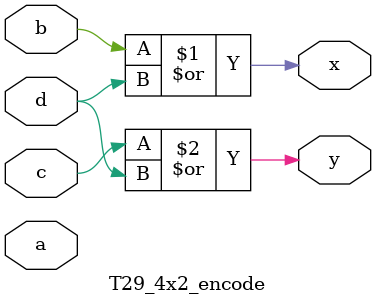
<source format=v>
module T29_4x2_encode (
    input a, b, c, d,
    output x, y);

    or(x, b, d);
    or(y, c, d);
    
endmodule
</source>
